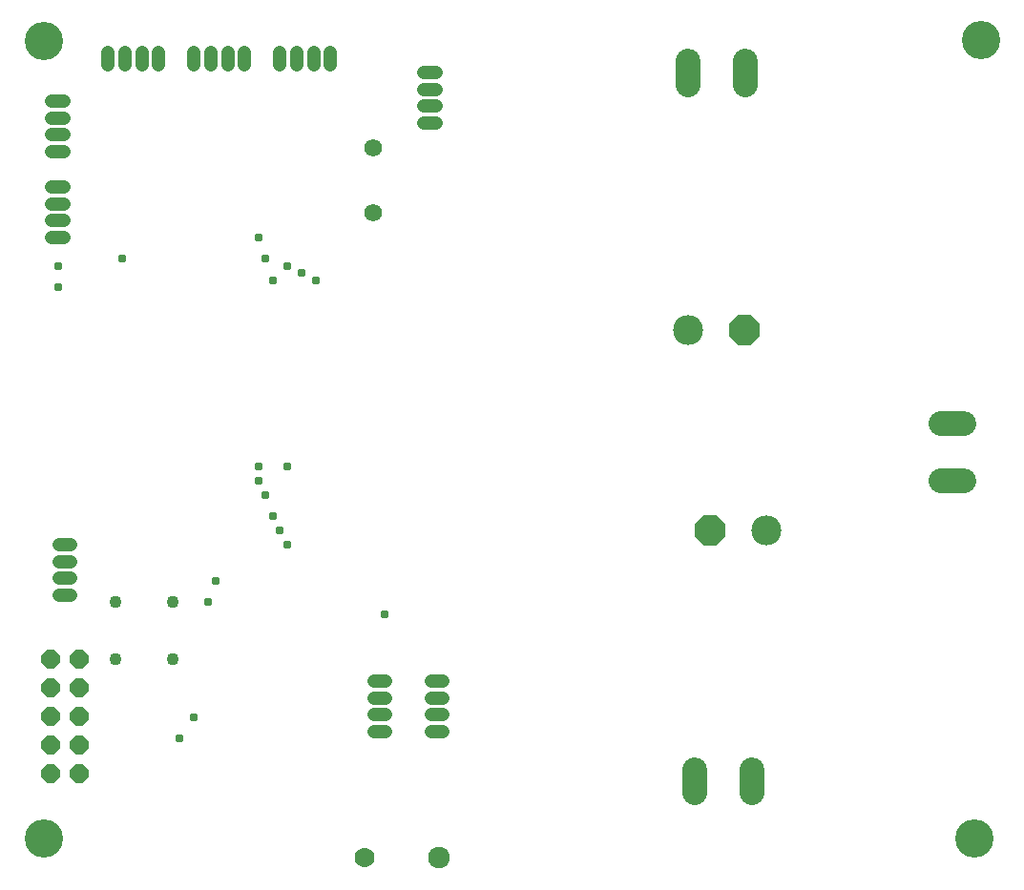
<source format=gbr>
G04 EAGLE Gerber RS-274X export*
G75*
%MOMM*%
%FSLAX34Y34*%
%LPD*%
%INSoldermask Bottom*%
%IPPOS*%
%AMOC8*
5,1,8,0,0,1.08239X$1,22.5*%
G01*
%ADD10C,3.390900*%
%ADD11C,2.667000*%
%ADD12P,2.886734X8X202.500000*%
%ADD13P,2.886734X8X22.500000*%
%ADD14C,1.177000*%
%ADD15C,1.777000*%
%ADD16C,1.927000*%
%ADD17P,1.787026X8X112.500000*%
%ADD18C,1.102000*%
%ADD19C,2.227000*%
%ADD20C,1.577000*%
%ADD21C,0.781000*%


D10*
X31750Y739140D03*
X863600Y740410D03*
X857250Y31750D03*
X31750Y31750D03*
D11*
X672700Y304800D03*
D12*
X622700Y304800D03*
D11*
X603650Y482600D03*
D13*
X653650Y482600D03*
D14*
X379900Y666750D02*
X369400Y666750D01*
X369400Y681750D02*
X379900Y681750D01*
X379900Y696750D02*
X369400Y696750D01*
X369400Y711750D02*
X379900Y711750D01*
X375750Y171450D02*
X386250Y171450D01*
X386250Y156450D02*
X375750Y156450D01*
X375750Y141450D02*
X386250Y141450D01*
X386250Y126450D02*
X375750Y126450D01*
D15*
X316250Y14478D03*
D16*
X382250Y14478D03*
D17*
X63500Y88900D03*
X38100Y88900D03*
X63500Y114300D03*
X38100Y114300D03*
X63500Y139700D03*
X38100Y139700D03*
X63500Y165100D03*
X38100Y165100D03*
X63500Y190500D03*
X38100Y190500D03*
D18*
X146050Y241300D03*
X146050Y190500D03*
X95250Y190500D03*
X95250Y241300D03*
D19*
X654050Y700700D02*
X654050Y721700D01*
X603250Y721700D02*
X603250Y700700D01*
X660400Y93050D02*
X660400Y72050D01*
X609600Y72050D02*
X609600Y93050D01*
D20*
X323850Y644950D03*
X323850Y586950D03*
D14*
X324950Y171450D02*
X335450Y171450D01*
X335450Y156450D02*
X324950Y156450D01*
X324950Y141450D02*
X335450Y141450D01*
X335450Y126450D02*
X324950Y126450D01*
X286300Y718650D02*
X286300Y729150D01*
X271300Y729150D02*
X271300Y718650D01*
X256300Y718650D02*
X256300Y729150D01*
X241300Y729150D02*
X241300Y718650D01*
X210100Y718650D02*
X210100Y729150D01*
X195100Y729150D02*
X195100Y718650D01*
X180100Y718650D02*
X180100Y729150D01*
X165100Y729150D02*
X165100Y718650D01*
X133900Y718650D02*
X133900Y729150D01*
X118900Y729150D02*
X118900Y718650D01*
X103900Y718650D02*
X103900Y729150D01*
X88900Y729150D02*
X88900Y718650D01*
X49700Y686350D02*
X39200Y686350D01*
X39200Y671350D02*
X49700Y671350D01*
X49700Y656350D02*
X39200Y656350D01*
X39200Y641350D02*
X49700Y641350D01*
X49700Y610150D02*
X39200Y610150D01*
X39200Y595150D02*
X49700Y595150D01*
X49700Y580150D02*
X39200Y580150D01*
X39200Y565150D02*
X49700Y565150D01*
X45550Y292650D02*
X56050Y292650D01*
X56050Y277650D02*
X45550Y277650D01*
X45550Y262650D02*
X56050Y262650D01*
X56050Y247650D02*
X45550Y247650D01*
D19*
X827700Y349250D02*
X848700Y349250D01*
X848700Y400050D02*
X827700Y400050D01*
D21*
X101600Y546100D03*
X247650Y361950D03*
X152400Y120650D03*
X164841Y139441D03*
X177800Y241300D03*
X184150Y260350D03*
X334025Y231125D03*
X273050Y527050D03*
X260350Y534132D03*
X247650Y539524D03*
X234950Y527050D03*
X228600Y546100D03*
X222250Y565376D03*
X222250Y361950D03*
X222250Y349250D03*
X228600Y336550D03*
X234950Y317500D03*
X241300Y304800D03*
X247650Y292100D03*
X44450Y539750D03*
X44450Y520700D03*
M02*

</source>
